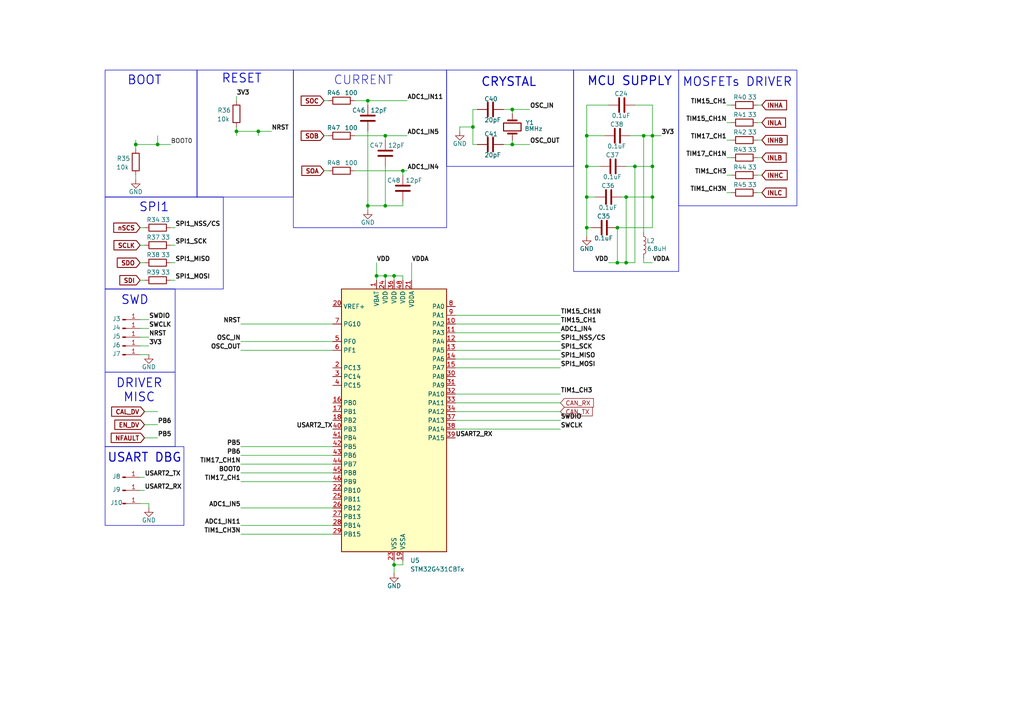
<source format=kicad_sch>
(kicad_sch (version 20250114) (generator "eeschema") (generator_version "9.0")
  (paper "A4")
  (lib_symbols
    (symbol "Connector:Conn_01x01_Pin" (pin_names (offset 1.016) (hide yes))
      (property "Reference" "J" (at 0 2.54 0))
      (property "Value" "Conn_01x01_Pin" (at 0 -2.54 0))
      (symbol "Conn_01x01_Pin_1_1"
        (rectangle (start 0.8636 0.127) (end 0 -0.127) (stroke (width 0.1524)) (fill (type outline)))
        (polyline (pts (xy 1.27 0) (xy 0.8636 0)) (stroke (width 0.1524)))
        (pin passive line (at 5.08 0 180) (length 3.81) (name "Pin_1") (number "1"))
      )
    )
    (symbol "Device:C" (pin_numbers (hide yes)) (pin_names (offset 0.254))
      (property "Reference" "C" (at 0.635 2.54 0))
      (property "Value" "C" (at 0.635 -2.54 0))
      (symbol "C_0_1"
        (polyline (pts (xy -2.032 0.762) (xy 2.032 0.762)) (stroke (width 0.508)))
        (polyline (pts (xy -2.032 -0.762) (xy 2.032 -0.762)) (stroke (width 0.508)))
      )
      (symbol "C_1_1"
        (pin passive line (at 0 3.81 270) (length 2.794) (name "~") (number "1"))
        (pin passive line (at 0 -3.81 90) (length 2.794) (name "~") (number "2"))
      )
    )
    (symbol "Device:Crystal" (pin_numbers (hide yes)) (pin_names (offset 1.016) (hide yes))
      (property "Reference" "Y" (at 0 3.81 0))
      (property "Value" "Crystal" (at 0 -3.81 0))
      (symbol "Crystal_0_1"
        (polyline (pts (xy -2.54 0) (xy -1.905 0)))
        (polyline (pts (xy -1.905 -1.27) (xy -1.905 1.27)) (stroke (width 0.508)))
        (rectangle (start -1.143 2.54) (end 1.143 -2.54) (stroke (width 0.3048)))
        (polyline (pts (xy 1.905 -1.27) (xy 1.905 1.27)) (stroke (width 0.508)))
        (polyline (pts (xy 2.54 0) (xy 1.905 0)))
      )
      (symbol "Crystal_1_1"
        (pin passive line (at -3.81 0 0) (length 1.27) (name "1") (number "1"))
        (pin passive line (at 3.81 0 180) (length 1.27) (name "2") (number "2"))
      )
    )
    (symbol "Device:L" (pin_numbers (hide yes)) (pin_names (offset 1.016) (hide yes))
      (property "Reference" "L" (at -1.27 0 90))
      (property "Value" "L" (at 1.905 0 90))
      (symbol "L_0_1"
        (arc (start 0 2.54) (mid 0.6323 1.905) (end 0 1.27))
        (arc (start 0 1.27) (mid 0.6323 0.635) (end 0 0))
        (arc (start 0 0) (mid 0.6323 -0.635) (end 0 -1.27))
        (arc (start 0 -1.27) (mid 0.6323 -1.905) (end 0 -2.54))
      )
      (symbol "L_1_1"
        (pin passive line (at 0 3.81 270) (length 1.27) (name "1") (number "1"))
        (pin passive line (at 0 -3.81 90) (length 1.27) (name "2") (number "2"))
      )
    )
    (symbol "Device:R" (pin_numbers (hide yes)) (pin_names (offset 0))
      (property "Reference" "R" (at 2.032 0 90))
      (property "Value" "R" (at 0 0 90))
      (symbol "R_0_1"
        (rectangle (start -1.016 -2.54) (end 1.016 2.54) (stroke (width 0.254)))
      )
      (symbol "R_1_1"
        (pin passive line (at 0 3.81 270) (length 1.27) (name "~") (number "1"))
        (pin passive line (at 0 -3.81 90) (length 1.27) (name "~") (number "2"))
      )
    )
    (symbol "MCU_ST_STM32G4:STM32G431CBTx"
      (property "Reference" "U" (at -15.24 39.37 0))
      (property "Value" "STM32G431CBTx" (at 7.62 39.37 0))
      (symbol "STM32G431CBTx_0_1"
        (rectangle (start -15.24 -38.1) (end 15.24 38.1) (stroke (width 0.254)) (fill (type background)))
      )
      (symbol "STM32G431CBTx_1_1"
        (pin input line (at -17.78 33.02 0) (length 2.54) (name "VREF+") (number "20"))
        (pin bidirectional line (at -17.78 27.94 0) (length 2.54) (name "PG10") (number "7"))
        (pin bidirectional line (at -17.78 22.86 0) (length 2.54) (name "PF0") (number "5"))
        (pin bidirectional line (at -17.78 20.32 0) (length 2.54) (name "PF1") (number "6"))
        (pin bidirectional line (at -17.78 15.24 0) (length 2.54) (name "PC13") (number "2"))
        (pin bidirectional line (at -17.78 12.7 0) (length 2.54) (name "PC14") (number "3"))
        (pin bidirectional line (at -17.78 10.16 0) (length 2.54) (name "PC15") (number "4"))
        (pin bidirectional line (at -17.78 5.08 0) (length 2.54) (name "PB0") (number "16"))
        (pin bidirectional line (at -17.78 2.54 0) (length 2.54) (name "PB1") (number "17"))
        (pin bidirectional line (at -17.78 0 0) (length 2.54) (name "PB2") (number "18"))
        (pin bidirectional line (at -17.78 -2.54 0) (length 2.54) (name "PB3") (number "40"))
        (pin bidirectional line (at -17.78 -5.08 0) (length 2.54) (name "PB4") (number "41"))
        (pin bidirectional line (at -17.78 -7.62 0) (length 2.54) (name "PB5") (number "42"))
        (pin bidirectional line (at -17.78 -10.16 0) (length 2.54) (name "PB6") (number "43"))
        (pin bidirectional line (at -17.78 -12.7 0) (length 2.54) (name "PB7") (number "44"))
        (pin bidirectional line (at -17.78 -15.24 0) (length 2.54) (name "PB8") (number "45"))
        (pin bidirectional line (at -17.78 -17.78 0) (length 2.54) (name "PB9") (number "46"))
        (pin bidirectional line (at -17.78 -20.32 0) (length 2.54) (name "PB10") (number "22"))
        (pin bidirectional line (at -17.78 -22.86 0) (length 2.54) (name "PB11") (number "25"))
        (pin bidirectional line (at -17.78 -25.4 0) (length 2.54) (name "PB12") (number "26"))
        (pin bidirectional line (at -17.78 -27.94 0) (length 2.54) (name "PB13") (number "27"))
        (pin bidirectional line (at -17.78 -30.48 0) (length 2.54) (name "PB14") (number "28"))
        (pin bidirectional line (at -17.78 -33.02 0) (length 2.54) (name "PB15") (number "29"))
        (pin power_in line (at -5.08 40.64 270) (length 2.54) (name "VBAT") (number "1"))
        (pin power_in line (at -2.54 40.64 270) (length 2.54) (name "VDD") (number "24"))
        (pin power_in line (at 0 40.64 270) (length 2.54) (name "VDD") (number "36"))
        (pin power_in line (at 0 -40.64 90) (length 2.54) (name "VSS") (number "23"))
        (pin passive line (at 0 -40.64 90) (length 2.54) (hide yes) (name "VSS") (number "35"))
        (pin passive line (at 0 -40.64 90) (length 2.54) (hide yes) (name "VSS") (number "47"))
        (pin power_in line (at 2.54 40.64 270) (length 2.54) (name "VDD") (number "48"))
        (pin power_in line (at 2.54 -40.64 90) (length 2.54) (name "VSSA") (number "19"))
        (pin power_in line (at 5.08 40.64 270) (length 2.54) (name "VDDA") (number "21"))
        (pin bidirectional line (at 17.78 33.02 180) (length 2.54) (name "PA0") (number "8"))
        (pin bidirectional line (at 17.78 30.48 180) (length 2.54) (name "PA1") (number "9"))
        (pin bidirectional line (at 17.78 27.94 180) (length 2.54) (name "PA2") (number "10"))
        (pin bidirectional line (at 17.78 25.4 180) (length 2.54) (name "PA3") (number "11"))
        (pin bidirectional line (at 17.78 22.86 180) (length 2.54) (name "PA4") (number "12"))
        (pin bidirectional line (at 17.78 20.32 180) (length 2.54) (name "PA5") (number "13"))
        (pin bidirectional line (at 17.78 17.78 180) (length 2.54) (name "PA6") (number "14"))
        (pin bidirectional line (at 17.78 15.24 180) (length 2.54) (name "PA7") (number "15"))
        (pin bidirectional line (at 17.78 12.7 180) (length 2.54) (name "PA8") (number "30"))
        (pin bidirectional line (at 17.78 10.16 180) (length 2.54) (name "PA9") (number "31"))
        (pin bidirectional line (at 17.78 7.62 180) (length 2.54) (name "PA10") (number "32"))
        (pin bidirectional line (at 17.78 5.08 180) (length 2.54) (name "PA11") (number "33"))
        (pin bidirectional line (at 17.78 2.54 180) (length 2.54) (name "PA12") (number "34"))
        (pin bidirectional line (at 17.78 0 180) (length 2.54) (name "PA13") (number "37"))
        (pin bidirectional line (at 17.78 -2.54 180) (length 2.54) (name "PA14") (number "38"))
        (pin bidirectional line (at 17.78 -5.08 180) (length 2.54) (name "PA15") (number "39"))
      )
    )
    (symbol "power:GND" (power) (pin_numbers (hide yes)) (pin_names (offset 0) (hide yes))
      (property "Value" "GND" (at 0 -3.81 0))
      (symbol "GND_0_1"
        (polyline (pts (xy 0 0) (xy 0 -1.27) (xy 1.27 -1.27) (xy 0 -2.54) (xy -1.27 -1.27) (xy 0 -1.27)))
      )
      (symbol "GND_1_1"
        (pin power_in line (at 0 0 270) (length 0) (name "~") (number "1"))
      )
    )
  )
  (rectangle (start 30.48 57.15) (end 64.77 83.82))
  (rectangle (start 30.48 129.54) (end 53.34 152.4))
  (rectangle (start 129.54 20.32) (end 166.37 48.26))
  (rectangle (start 30.48 83.82) (end 50.8 107.95))
  (rectangle (start 30.48 107.95) (end 50.8 129.54))
  (rectangle (start 85.09 20.32) (end 129.54 66.04))
  (rectangle (start 30.48 20.32) (end 57.15 57.15))
  (rectangle (start 57.15 20.32) (end 85.09 57.15))
  (rectangle (start 166.37 20.32) (end 196.85 78.74))
  (rectangle (start 196.85 20.32) (end 231.14 59.69))
  (text "CURRENT" (at 105.41 23.368 0) (effects (font (size 2.54 2.54) (thickness 0.1588))))
  (text "SWD" (at 39.116 87.122 0) (effects (font (size 2.54 2.54) (thickness 0.254) (bold yes))))
  (text "RESET" (at 70.104 22.86 0) (effects (font (size 2.54 2.54) (thickness 0.254) (bold yes))))
  (text "USART DBG" (at 41.91 132.842 0) (effects (font (size 2.54 2.54) (thickness 0.3175))))
  (text "BOOT" (at 41.91 23.368 0) (effects (font (size 2.54 2.54) (thickness 0.254) (bold yes))))
  (text "DRIVER\nMISC" (at 40.386 113.284 0) (effects (font (size 2.54 2.54) (thickness 0.254) (bold yes))))
  (text "MCU SUPPLY" (at 182.626 23.622 0) (effects (font (size 2.54 2.54) (thickness 0.3175))))
  (text "CRYSTAL" (at 147.574 23.876 0) (effects (font (size 2.54 2.54) (thickness 0.3175))))
  (text "MOSFETs DRIVER" (at 213.868 23.876 0) (effects (font (size 2.54 2.54) (thickness 0.254) (bold yes))))
  (text "SPI1" (at 44.704 60.198 0) (effects (font (size 2.54 2.54) (thickness 0.254) (bold yes))))
  (junction (at 148.59 31.75))
  (junction (at 109.22 80.01))
  (junction (at 116.84 49.53))
  (junction (at 181.61 57.15))
  (junction (at 114.3 80.01))
  (junction (at 189.23 48.26))
  (junction (at 170.18 48.26))
  (junction (at 184.15 48.26))
  (junction (at 111.76 80.01))
  (junction (at 111.76 59.69))
  (junction (at 189.23 57.15))
  (junction (at 68.58 38.1))
  (junction (at 39.37 41.91))
  (junction (at 170.18 39.37))
  (junction (at 186.69 39.37))
  (junction (at 181.61 76.2))
  (junction (at 189.23 39.37))
  (junction (at 111.76 39.37))
  (junction (at 170.18 66.04))
  (junction (at 170.18 57.15))
  (junction (at 137.16 36.83))
  (junction (at 114.3 163.83))
  (junction (at 106.68 59.69))
  (junction (at 179.07 66.04))
  (junction (at 106.68 29.21))
  (junction (at 148.59 41.91))
  (junction (at 179.07 76.2))
  (junction (at 45.72 41.91))
  (junction (at 74.93 38.1))
  (wire (pts (xy 162.56 121.92) (xy 132.08 121.92)))
  (wire (pts (xy 119.38 76.2) (xy 119.38 81.28)))
  (wire (pts (xy 132.08 91.44) (xy 162.56 91.44)))
  (wire (pts (xy 186.69 39.37) (xy 189.23 39.37)))
  (wire (pts (xy 220.98 30.48) (xy 219.71 30.48)))
  (wire (pts (xy 69.85 147.32) (xy 96.52 147.32)))
  (wire (pts (xy 116.84 49.53) (xy 118.11 49.53)))
  (wire (pts (xy 184.15 48.26) (xy 189.23 48.26)))
  (wire (pts (xy 181.61 76.2) (xy 184.15 76.2)))
  (wire (pts (xy 43.18 146.05) (xy 43.18 147.32)))
  (wire (pts (xy 68.58 36.83) (xy 68.58 38.1)))
  (wire (pts (xy 69.85 129.54) (xy 96.52 129.54)))
  (wire (pts (xy 111.76 48.26) (xy 111.76 59.69)))
  (wire (pts (xy 133.35 36.83) (xy 137.16 36.83)))
  (wire (pts (xy 153.67 31.75) (xy 148.59 31.75)))
  (wire (pts (xy 114.3 80.01) (xy 114.3 81.28)))
  (wire (pts (xy 41.91 119.38) (xy 45.72 119.38)))
  (wire (pts (xy 93.98 39.37) (xy 95.25 39.37)))
  (wire (pts (xy 106.68 59.69) (xy 111.76 59.69)))
  (wire (pts (xy 220.98 35.56) (xy 219.71 35.56)))
  (wire (pts (xy 162.56 99.06) (xy 132.08 99.06)))
  (wire (pts (xy 43.18 95.25) (xy 40.64 95.25)))
  (wire (pts (xy 40.64 81.28) (xy 41.91 81.28)))
  (wire (pts (xy 93.98 29.21) (xy 95.25 29.21)))
  (wire (pts (xy 116.84 58.42) (xy 116.84 59.69)))
  (wire (pts (xy 74.93 38.1) (xy 78.74 38.1)))
  (wire (pts (xy 176.53 76.2) (xy 179.07 76.2)))
  (wire (pts (xy 186.69 74.93) (xy 186.69 76.2)))
  (wire (pts (xy 170.18 48.26) (xy 170.18 57.15)))
  (wire (pts (xy 102.87 49.53) (xy 116.84 49.53)))
  (wire (pts (xy 173.99 48.26) (xy 170.18 48.26)))
  (wire (pts (xy 102.87 39.37) (xy 111.76 39.37)))
  (wire (pts (xy 210.82 50.8) (xy 212.09 50.8)))
  (wire (pts (xy 210.82 45.72) (xy 212.09 45.72)))
  (wire (pts (xy 109.22 80.01) (xy 111.76 80.01)))
  (wire (pts (xy 220.98 40.64) (xy 219.71 40.64)))
  (wire (pts (xy 189.23 57.15) (xy 189.23 66.04)))
  (wire (pts (xy 179.07 76.2) (xy 181.61 76.2)))
  (wire (pts (xy 210.82 40.64) (xy 212.09 40.64)))
  (wire (pts (xy 148.59 40.64) (xy 148.59 41.91)))
  (wire (pts (xy 114.3 80.01) (xy 111.76 80.01)))
  (wire (pts (xy 45.72 41.91) (xy 49.53 41.91)))
  (wire (pts (xy 40.64 146.05) (xy 43.18 146.05)))
  (wire (pts (xy 43.18 92.71) (xy 40.64 92.71)))
  (wire (pts (xy 116.84 80.01) (xy 114.3 80.01)))
  (wire (pts (xy 162.56 106.68) (xy 132.08 106.68)))
  (wire (pts (xy 181.61 48.26) (xy 184.15 48.26)))
  (wire (pts (xy 170.18 66.04) (xy 171.45 66.04)))
  (wire (pts (xy 69.85 134.62) (xy 96.52 134.62)))
  (wire (pts (xy 182.88 39.37) (xy 186.69 39.37)))
  (wire (pts (xy 116.84 162.56) (xy 116.84 163.83)))
  (wire (pts (xy 41.91 142.24) (xy 40.64 142.24)))
  (wire (pts (xy 220.98 55.88) (xy 219.71 55.88)))
  (wire (pts (xy 116.84 81.28) (xy 116.84 80.01)))
  (wire (pts (xy 69.85 139.7) (xy 96.52 139.7)))
  (wire (pts (xy 137.16 31.75) (xy 137.16 36.83)))
  (wire (pts (xy 39.37 41.91) (xy 39.37 43.18)))
  (wire (pts (xy 137.16 41.91) (xy 138.43 41.91)))
  (wire (pts (xy 109.22 81.28) (xy 109.22 80.01)))
  (wire (pts (xy 69.85 154.94) (xy 96.52 154.94)))
  (wire (pts (xy 49.53 81.28) (xy 50.8 81.28)))
  (wire (pts (xy 45.72 41.91) (xy 39.37 41.91)))
  (wire (pts (xy 43.18 100.33) (xy 40.64 100.33)))
  (wire (pts (xy 49.53 76.2) (xy 50.8 76.2)))
  (wire (pts (xy 106.68 59.69) (xy 106.68 60.96)))
  (wire (pts (xy 210.82 35.56) (xy 212.09 35.56)))
  (wire (pts (xy 172.72 57.15) (xy 170.18 57.15)))
  (wire (pts (xy 106.68 38.1) (xy 106.68 59.69)))
  (wire (pts (xy 111.76 39.37) (xy 111.76 40.64)))
  (wire (pts (xy 179.07 76.2) (xy 179.07 66.04)))
  (wire (pts (xy 146.05 31.75) (xy 148.59 31.75)))
  (wire (pts (xy 179.07 66.04) (xy 189.23 66.04)))
  (wire (pts (xy 74.93 38.1) (xy 68.58 38.1)))
  (wire (pts (xy 146.05 41.91) (xy 148.59 41.91)))
  (wire (pts (xy 69.85 101.6) (xy 96.52 101.6)))
  (wire (pts (xy 170.18 39.37) (xy 170.18 48.26)))
  (wire (pts (xy 180.34 57.15) (xy 181.61 57.15)))
  (wire (pts (xy 49.53 66.04) (xy 50.8 66.04)))
  (wire (pts (xy 162.56 104.14) (xy 132.08 104.14)))
  (wire (pts (xy 111.76 80.01) (xy 111.76 81.28)))
  (wire (pts (xy 106.68 29.21) (xy 118.11 29.21)))
  (wire (pts (xy 133.35 38.1) (xy 133.35 36.83)))
  (wire (pts (xy 186.69 39.37) (xy 186.69 67.31)))
  (wire (pts (xy 181.61 57.15) (xy 181.61 76.2)))
  (wire (pts (xy 162.56 119.38) (xy 132.08 119.38)))
  (wire (pts (xy 93.98 49.53) (xy 95.25 49.53)))
  (wire (pts (xy 189.23 48.26) (xy 189.23 57.15)))
  (wire (pts (xy 102.87 29.21) (xy 106.68 29.21)))
  (wire (pts (xy 175.26 39.37) (xy 170.18 39.37)))
  (wire (pts (xy 114.3 162.56) (xy 114.3 163.83)))
  (wire (pts (xy 210.82 55.88) (xy 212.09 55.88)))
  (wire (pts (xy 162.56 96.52) (xy 132.08 96.52)))
  (wire (pts (xy 39.37 50.8) (xy 39.37 52.07)))
  (wire (pts (xy 40.64 71.12) (xy 41.91 71.12)))
  (wire (pts (xy 148.59 31.75) (xy 148.59 33.02)))
  (wire (pts (xy 138.43 31.75) (xy 137.16 31.75)))
  (wire (pts (xy 69.85 99.06) (xy 96.52 99.06)))
  (wire (pts (xy 162.56 116.84) (xy 132.08 116.84)))
  (wire (pts (xy 68.58 38.1) (xy 68.58 39.37)))
  (wire (pts (xy 137.16 36.83) (xy 137.16 41.91)))
  (wire (pts (xy 69.85 93.98) (xy 96.52 93.98)))
  (wire (pts (xy 41.91 123.19) (xy 45.72 123.19)))
  (wire (pts (xy 170.18 66.04) (xy 170.18 57.15)))
  (wire (pts (xy 162.56 114.3) (xy 132.08 114.3)))
  (wire (pts (xy 45.72 39.37) (xy 45.72 41.91)))
  (wire (pts (xy 39.37 40.64) (xy 39.37 41.91)))
  (wire (pts (xy 170.18 68.58) (xy 170.18 66.04)))
  (wire (pts (xy 184.15 30.48) (xy 189.23 30.48)))
  (wire (pts (xy 116.84 49.53) (xy 116.84 50.8)))
  (wire (pts (xy 74.93 38.1) (xy 74.93 39.37)))
  (wire (pts (xy 69.85 152.4) (xy 96.52 152.4)))
  (wire (pts (xy 186.69 76.2) (xy 189.23 76.2)))
  (wire (pts (xy 41.91 138.43) (xy 40.64 138.43)))
  (wire (pts (xy 40.64 66.04) (xy 41.91 66.04)))
  (wire (pts (xy 148.59 41.91) (xy 153.67 41.91)))
  (wire (pts (xy 162.56 93.98) (xy 132.08 93.98)))
  (wire (pts (xy 189.23 30.48) (xy 189.23 39.37)))
  (wire (pts (xy 184.15 48.26) (xy 184.15 76.2)))
  (wire (pts (xy 69.85 132.08) (xy 96.52 132.08)))
  (wire (pts (xy 189.23 39.37) (xy 189.23 48.26)))
  (wire (pts (xy 49.53 71.12) (xy 50.8 71.12)))
  (wire (pts (xy 69.85 137.16) (xy 96.52 137.16)))
  (wire (pts (xy 41.91 127) (xy 45.72 127)))
  (wire (pts (xy 170.18 30.48) (xy 170.18 39.37)))
  (wire (pts (xy 68.58 27.94) (xy 68.58 29.21)))
  (wire (pts (xy 43.18 97.79) (xy 40.64 97.79)))
  (wire (pts (xy 189.23 39.37) (xy 191.77 39.37)))
  (wire (pts (xy 106.68 29.21) (xy 106.68 30.48)))
  (wire (pts (xy 109.22 76.2) (xy 109.22 80.01)))
  (wire (pts (xy 220.98 45.72) (xy 219.71 45.72)))
  (wire (pts (xy 181.61 57.15) (xy 189.23 57.15)))
  (wire (pts (xy 111.76 39.37) (xy 118.11 39.37)))
  (wire (pts (xy 111.76 59.69) (xy 116.84 59.69)))
  (wire (pts (xy 210.82 30.48) (xy 212.09 30.48)))
  (wire (pts (xy 40.64 76.2) (xy 41.91 76.2)))
  (wire (pts (xy 176.53 30.48) (xy 170.18 30.48)))
  (wire (pts (xy 162.56 101.6) (xy 132.08 101.6)))
  (wire (pts (xy 162.56 124.46) (xy 132.08 124.46)))
  (wire (pts (xy 43.18 102.87) (xy 40.64 102.87)))
  (wire (pts (xy 114.3 163.83) (xy 116.84 163.83)))
  (wire (pts (xy 114.3 163.83) (xy 114.3 166.37)))
  (wire (pts (xy 220.98 50.8) (xy 219.71 50.8)))
  (label "BOOT0" (at 69.85 137.16 180) (effects (font (thickness 0.254) (bold yes))))
  (label "TIM17_CH1" (at 210.82 40.64 180) (effects (font (thickness 0.254) (bold yes))))
  (label "TIM1_CH3N" (at 69.85 154.94 180) (effects (font (thickness 0.254) (bold yes))))
  (label "TIM17_CH1N" (at 69.85 134.62 180) (effects (font (thickness 0.254) (bold yes))))
  (label "SPI1_SCK" (at 162.56 101.6 0) (effects (font (thickness 0.254) (bold yes))))
  (label "OSC_OUT" (at 153.67 41.91 0) (effects (font (thickness 0.254) (bold yes))))
  (label "PB5" (at 69.85 129.54 180) (effects (font (thickness 0.254) (bold yes))))
  (label "ADC1_IN11" (at 118.11 29.21 0) (effects (font (thickness 0.254) (bold yes))))
  (label "ADC1_IN4" (at 118.11 49.53 0) (effects (font (thickness 0.254) (bold yes))))
  (label "USART2_RX" (at 41.91 142.24 0) (effects (font (thickness 0.254) (bold yes))))
  (label "SPI1_MISO" (at 162.56 104.14 0) (effects (font (thickness 0.254) (bold yes))))
  (label "SPI1_MOSI" (at 50.8 81.28 0) (effects (font (thickness 0.254) (bold yes))))
  (label "TIM17_CH1N" (at 210.82 45.72 180) (effects (font (thickness 0.254) (bold yes))))
  (label "TIM1_CH3" (at 210.82 50.8 180) (effects (font (thickness 0.254) (bold yes))))
  (label "SWCLK" (at 43.18 95.25 0) (effects (font (thickness 0.254) (bold yes))))
  (label "TIM15_CH1" (at 162.56 93.98 0) (effects (font (thickness 0.254) (bold yes))))
  (label "3V3" (at 191.77 39.37 0) (effects (font (thickness 0.254) (bold yes))))
  (label "3V3" (at 68.58 27.94 0) (effects (font (thickness 0.254) (bold yes))))
  (label "ADC1_IN11" (at 69.85 152.4 180) (effects (font (thickness 0.254) (bold yes))))
  (label "TIM17_CH1" (at 69.85 139.7 180) (effects (font (thickness 0.254) (bold yes))))
  (label "SPI1_MOSI" (at 162.56 106.68 0) (effects (font (thickness 0.254) (bold yes))))
  (label "TIM15_CH1" (at 210.82 30.48 180) (effects (font (thickness 0.254) (bold yes))))
  (label "SPI1_NSS{slash}CS" (at 50.8 66.04 0) (effects (font (thickness 0.254) (bold yes))))
  (label "ADC1_IN5" (at 118.11 39.37 0) (effects (font (thickness 0.254) (bold yes))))
  (label "VDDA" (at 119.38 76.2 0) (effects (font (thickness 0.254) (bold yes))))
  (label "OSC_OUT" (at 69.85 101.6 180) (effects (font (thickness 0.254) (bold yes))))
  (label "OSC_IN" (at 153.67 31.75 0) (effects (font (thickness 0.254) (bold yes))))
  (label "SPI1_NSS{slash}CS" (at 162.56 99.06 0) (effects (font (thickness 0.254) (bold yes))))
  (label "TIM1_CH3N" (at 210.82 55.88 180) (effects (font (thickness 0.254) (bold yes))))
  (label "SPI1_MISO" (at 50.8 76.2 0) (effects (font (thickness 0.254) (bold yes))))
  (label "TIM1_CH3" (at 162.56 114.3 0) (effects (font (thickness 0.254) (bold yes))))
  (label "TIM15_CH1N" (at 210.82 35.56 180) (effects (font (thickness 0.254) (bold yes))))
  (label "VDD" (at 109.22 76.2 0) (effects (font (thickness 0.254) (bold yes))))
  (label "NRST" (at 78.74 38.1 0) (effects (font (thickness 0.254) (bold yes))))
  (label "3V3" (at 43.18 100.33 0) (effects (font (thickness 0.254) (bold yes))))
  (label "SPI1_SCK" (at 50.8 71.12 0) (effects (font (thickness 0.254) (bold yes))))
  (label "VDD" (at 176.53 76.2 180) (effects (font (thickness 0.254) (bold yes))))
  (label "BOOT0" (at 49.53 41.91 0))
  (label "PB6" (at 69.85 132.08 180) (effects (font (thickness 0.254) (bold yes))))
  (label "TIM15_CH1N" (at 162.56 91.44 0) (effects (font (thickness 0.254) (bold yes))))
  (label "ADC1_IN4" (at 162.56 96.52 0) (effects (font (thickness 0.254) (bold yes))))
  (label "PB5" (at 45.72 127 0) (effects (font (thickness 0.254) (bold yes))))
  (label "USART2_TX" (at 41.91 138.43 0) (effects (font (thickness 0.254) (bold yes))))
  (label "SWDIO" (at 162.56 121.92 0) (effects (font (thickness 0.254) (bold yes))))
  (label "SWCLK" (at 162.56 124.46 0) (effects (font (thickness 0.254) (bold yes))))
  (label "PB6" (at 45.72 123.19 0) (effects (font (thickness 0.254) (bold yes))))
  (label "VDDA" (at 189.23 76.2 0) (effects (font (thickness 0.254) (bold yes))))
  (label "NRST" (at 43.18 97.79 0) (effects (font (thickness 0.254) (bold yes))))
  (label "SWDIO" (at 43.18 92.71 0) (effects (font (thickness 0.254) (bold yes))))
  (label "NRST" (at 69.85 93.98 180) (effects (font (thickness 0.254) (bold yes))))
  (label "OSC_IN" (at 69.85 99.06 180) (effects (font (thickness 0.254) (bold yes))))
  (label "USART2_RX" (at 132.08 127 0) (effects (font (thickness 0.254) (bold yes))))
  (label "USART2_TX" (at 96.52 124.46 180) (effects (font (thickness 0.254) (bold yes))))
  (label "ADC1_IN5" (at 69.85 147.32 180) (effects (font (thickness 0.254) (bold yes))))
  (global_label "CAN_TX" (shape input) (at 162.56 119.38 0) (property "Intersheetrefs" "${INTERSHEET_REFS}" (effects (hide yes))))
  (global_label "SDO" (shape input) (at 40.64 76.2 180) (effects (font (thickness 0.254) (bold yes))) (property "Intersheetrefs" "${INTERSHEET_REFS}" (effects (hide yes))))
  (global_label "EN_DV" (shape input) (at 41.91 123.19 180) (effects (font (thickness 0.254) (bold yes))) (property "Intersheetrefs" "${INTERSHEET_REFS}" (effects (hide yes))))
  (global_label "INLA" (shape input) (at 220.98 35.56 0) (effects (font (thickness 0.254) (bold yes))) (property "Intersheetrefs" "${INTERSHEET_REFS}" (effects (hide yes))))
  (global_label "SOB" (shape input) (at 93.98 39.37 180) (effects (font (thickness 0.254) (bold yes))) (property "Intersheetrefs" "${INTERSHEET_REFS}" (effects (hide yes))))
  (global_label "NFAULT" (shape input) (at 41.91 127 180) (effects (font (thickness 0.254) (bold yes))) (property "Intersheetrefs" "${INTERSHEET_REFS}" (effects (hide yes))))
  (global_label "SOA" (shape input) (at 93.98 49.53 180) (effects (font (thickness 0.254) (bold yes))) (property "Intersheetrefs" "${INTERSHEET_REFS}" (effects (hide yes))))
  (global_label "CAN_RX" (shape input) (at 162.56 116.84 0) (property "Intersheetrefs" "${INTERSHEET_REFS}" (effects (hide yes))))
  (global_label "INHC" (shape input) (at 220.98 50.8 0) (effects (font (thickness 0.254) (bold yes))) (property "Intersheetrefs" "${INTERSHEET_REFS}" (effects (hide yes))))
  (global_label "INLB" (shape input) (at 220.98 45.72 0) (effects (font (thickness 0.254) (bold yes))) (property "Intersheetrefs" "${INTERSHEET_REFS}" (effects (hide yes))))
  (global_label "INLC" (shape input) (at 220.98 55.88 0) (effects (font (thickness 0.254) (bold yes))) (property "Intersheetrefs" "${INTERSHEET_REFS}" (effects (hide yes))))
  (global_label "INHB" (shape input) (at 220.98 40.64 0) (effects (font (thickness 0.254) (bold yes))) (property "Intersheetrefs" "${INTERSHEET_REFS}" (effects (hide yes))))
  (global_label "CAL_DV" (shape input) (at 41.91 119.38 180) (effects (font (thickness 0.254) (bold yes))) (property "Intersheetrefs" "${INTERSHEET_REFS}" (effects (hide yes))))
  (global_label "SDI" (shape input) (at 40.64 81.28 180) (effects (font (thickness 0.254) (bold yes))) (property "Intersheetrefs" "${INTERSHEET_REFS}" (effects (hide yes))))
  (global_label "SOC" (shape input) (at 93.98 29.21 180) (effects (font (thickness 0.254) (bold yes))) (property "Intersheetrefs" "${INTERSHEET_REFS}" (effects (hide yes))))
  (global_label "SCLK" (shape input) (at 40.64 71.12 180) (effects (font (thickness 0.254) (bold yes))) (property "Intersheetrefs" "${INTERSHEET_REFS}" (effects (hide yes))))
  (global_label "nSCS" (shape input) (at 40.64 66.04 180) (effects (font (thickness 0.254) (bold yes))) (property "Intersheetrefs" "${INTERSHEET_REFS}" (effects (hide yes))))
  (global_label "INHA" (shape input) (at 220.98 30.48 0) (effects (font (thickness 0.254) (bold yes))) (property "Intersheetrefs" "${INTERSHEET_REFS}" (effects (hide yes))))
  (symbol (lib_id "power:GND") (at 43.18 147.32 0) (unit 1)
    (property "Reference" "#PWR032" (effects (hide yes)))
    (property "Value" "GND" (at 43.18 150.876 0))
    (property "Description" "Power symbol creates a global label with name \"GND\" , ground" (effects (hide yes)))
  )
  (symbol (lib_id "power:GND") (at 170.18 68.58 0) (unit 1)
    (property "Reference" "#PWR024" (effects (hide yes)))
    (property "Value" "GND" (at 170.18 72.136 0))
    (property "Description" "Power symbol creates a global label with name \"GND\" , ground" (effects (hide yes)))
  )
  (symbol (lib_id "Device:L") (at 186.69 71.12 0) (unit 1)
    (property "Reference" "L2" (at 188.722 69.85 0))
    (property "Value" "6.8uH" (at 190.5 72.136 0))
    (property "Footprint" "Inductor_SMD:L_0805_2012Metric_Pad1.05x1.20mm_HandSolder" (effects (hide yes)))
    (property "Description" "Inductor" (effects (hide yes)))
  )
  (symbol (lib_id "Device:R") (at 39.37 46.99 0) (unit 1)
    (property "Reference" "R35" (at 35.814 45.974 0))
    (property "Value" "10k" (at 35.56 48.514 0))
    (property "Footprint" "Resistor_SMD:R_0603_1608Metric_Pad0.98x0.95mm_HandSolder" (effects (hide yes)))
    (property "Description" "Resistor" (effects (hide yes)))
  )
  (symbol (lib_id "Device:C") (at 106.68 34.29 0) (unit 1)
    (property "Reference" "C46" (at 102.108 32.004 0) (effects (justify left)))
    (property "Value" "12pF" (at 107.442 32.004 0) (effects (justify left)))
    (property "Footprint" "Capacitor_SMD:C_0805_2012Metric_Pad1.18x1.45mm_HandSolder" (effects (hide yes)))
    (property "Description" "Unpolarized capacitor" (effects (hide yes)))
  )
  (symbol (lib_id "Device:C") (at 176.53 57.15 90) (unit 1)
    (property "Reference" "C36" (at 178.308 53.848 90) (effects (justify left)))
    (property "Value" "0.1uF" (at 179.07 60.198 90) (effects (justify left)))
    (property "Footprint" "Capacitor_SMD:C_0805_2012Metric_Pad1.18x1.45mm_HandSolder" (effects (hide yes)))
    (property "Description" "Unpolarized capacitor" (effects (hide yes)))
  )
  (symbol (lib_id "Device:C") (at 116.84 54.61 0) (unit 1)
    (property "Reference" "C48" (at 112.268 52.324 0) (effects (justify left)))
    (property "Value" "12pF" (at 117.602 52.324 0) (effects (justify left)))
    (property "Footprint" "Capacitor_SMD:C_0805_2012Metric_Pad1.18x1.45mm_HandSolder" (effects (hide yes)))
    (property "Description" "Unpolarized capacitor" (effects (hide yes)))
  )
  (symbol (lib_id "Connector:Conn_01x01_Pin") (at 35.56 100.33 0) (unit 1)
    (property "Reference" "J6" (at 33.782 100.076 0))
    (property "Value" "Conn_01x01_Pin" (effects (hide yes)))
    (property "Footprint" "Connector_PinHeader_2.54mm:PinHeader_1x01_P2.54mm_Vertical" (effects (hide yes)))
    (property "Description" "Generic connector, single row, 01x01, script generated" (effects (hide yes)))
  )
  (symbol (lib_id "MCU_ST_STM32G4:STM32G431CBTx") (at 114.3 121.92 0) (unit 1)
    (property "Reference" "U5" (at 118.9833 162.56 0) (effects (justify left)))
    (property "Value" "STM32G431CBTx" (at 118.9833 165.1 0) (effects (justify left)))
    (property "Footprint" "Package_QFP:LQFP-48_7x7mm_P0.5mm" (effects (hide yes)))
    (property "Datasheet" "https://www.st.com/resource/en/datasheet/stm32g431cb.pdf" (effects (hide yes)))
    (property "Description" "STMicroelectronics Arm Cortex-M4 MCU, 128KB flash, 32KB RAM, 170 MHz, 1.71-3.6V, 38 GPIO, LQFP48" (effects (hide yes)))
  )
  (symbol (lib_id "Device:C") (at 179.07 39.37 90) (unit 1)
    (property "Reference" "C38" (at 180.848 36.068 90) (effects (justify left)))
    (property "Value" "0.1uF" (at 181.61 42.418 90) (effects (justify left)))
    (property "Footprint" "Capacitor_SMD:C_0805_2012Metric_Pad1.18x1.45mm_HandSolder" (effects (hide yes)))
    (property "Description" "Unpolarized capacitor" (effects (hide yes)))
  )
  (symbol (lib_id "power:GND") (at 114.3 166.37 0) (unit 1)
    (property "Reference" "#PWR025" (effects (hide yes)))
    (property "Value" "GND" (at 114.3 169.926 0))
    (property "Description" "Power symbol creates a global label with name \"GND\" , ground" (effects (hide yes)))
  )
  (symbol (lib_id "Connector:Conn_01x01_Pin") (at 35.56 142.24 0) (unit 1)
    (property "Reference" "J9" (at 33.782 141.986 0))
    (property "Value" "Conn_01x01_Pin" (effects (hide yes)))
    (property "Footprint" "Connector_PinHeader_2.54mm:PinHeader_1x01_P2.54mm_Vertical" (effects (hide yes)))
    (property "Description" "Generic connector, single row, 01x01, script generated" (effects (hide yes)))
  )
  (symbol (lib_id "Device:R") (at 215.9 55.88 270) (unit 1)
    (property "Reference" "R45" (at 214.63 53.594 90))
    (property "Value" "33" (at 218.186 53.594 90))
    (property "Footprint" "Resistor_SMD:R_0603_1608Metric_Pad0.98x0.95mm_HandSolder" (effects (hide yes)))
    (property "Description" "Resistor" (effects (hide yes)))
  )
  (symbol (lib_id "Device:C") (at 111.76 44.45 0) (unit 1)
    (property "Reference" "C47" (at 107.188 42.164 0) (effects (justify left)))
    (property "Value" "12pF" (at 112.522 42.164 0) (effects (justify left)))
    (property "Footprint" "Capacitor_SMD:C_0805_2012Metric_Pad1.18x1.45mm_HandSolder" (effects (hide yes)))
    (property "Description" "Unpolarized capacitor" (effects (hide yes)))
  )
  (symbol (lib_id "Device:C") (at 175.26 66.04 90) (unit 1)
    (property "Reference" "C35" (at 177.038 62.738 90) (effects (justify left)))
    (property "Value" "0.1uF" (at 177.8 69.088 90) (effects (justify left)))
    (property "Footprint" "Capacitor_SMD:C_0805_2012Metric_Pad1.18x1.45mm_HandSolder" (effects (hide yes)))
    (property "Description" "Unpolarized capacitor" (effects (hide yes)))
  )
  (symbol (lib_id "Device:R") (at 45.72 76.2 270) (unit 1)
    (property "Reference" "R38" (at 44.45 73.914 90))
    (property "Value" "33" (at 48.006 73.914 90))
    (property "Footprint" "Resistor_SMD:R_0603_1608Metric_Pad0.98x0.95mm_HandSolder" (effects (hide yes)))
    (property "Description" "Resistor" (effects (hide yes)))
  )
  (symbol (lib_id "Device:R") (at 215.9 40.64 270) (unit 1)
    (property "Reference" "R42" (at 214.63 38.354 90))
    (property "Value" "33" (at 218.186 38.354 90))
    (property "Footprint" "Resistor_SMD:R_0603_1608Metric_Pad0.98x0.95mm_HandSolder" (effects (hide yes)))
    (property "Description" "Resistor" (effects (hide yes)))
  )
  (symbol (lib_id "Device:R") (at 99.06 29.21 270) (unit 1)
    (property "Reference" "R46" (at 96.774 26.924 90))
    (property "Value" "100" (at 101.854 26.924 90))
    (property "Footprint" "Resistor_SMD:R_0603_1608Metric_Pad0.98x0.95mm_HandSolder" (effects (hide yes)))
    (property "Description" "Resistor" (effects (hide yes)))
  )
  (symbol (lib_id "Device:Crystal") (at 148.59 36.83 90) (unit 1)
    (property "Reference" "Y1" (at 152.4 35.5599 90) (effects (justify right)))
    (property "Value" "8MHz" (at 152.146 37.338 90) (effects (justify right)))
    (property "Footprint" "Crystal:Crystal_SMD_2012-2Pin_2.0x1.2mm_HandSoldering" (effects (hide yes)))
    (property "Description" "Two pin crystal" (effects (hide yes)))
  )
  (symbol (lib_id "Device:R") (at 45.72 66.04 270) (unit 1)
    (property "Reference" "R34" (at 44.45 63.754 90))
    (property "Value" "33" (at 48.006 63.754 90))
    (property "Footprint" "Resistor_SMD:R_0603_1608Metric_Pad0.98x0.95mm_HandSolder" (effects (hide yes)))
    (property "Description" "Resistor" (effects (hide yes)))
  )
  (symbol (lib_id "Device:C") (at 142.24 41.91 270) (unit 1)
    (property "Reference" "C41" (at 140.462 38.862 90) (effects (justify left)))
    (property "Value" "20pF" (at 140.462 44.958 90) (effects (justify left)))
    (property "Footprint" "Capacitor_SMD:C_0805_2012Metric_Pad1.18x1.45mm_HandSolder" (effects (hide yes)))
    (property "Description" "Unpolarized capacitor" (effects (hide yes)))
  )
  (symbol (lib_id "Device:C") (at 177.8 48.26 90) (unit 1)
    (property "Reference" "C37" (at 179.578 44.958 90) (effects (justify left)))
    (property "Value" "0.1uF" (at 180.34 51.308 90) (effects (justify left)))
    (property "Footprint" "Capacitor_SMD:C_0805_2012Metric_Pad1.18x1.45mm_HandSolder" (effects (hide yes)))
    (property "Description" "Unpolarized capacitor" (effects (hide yes)))
  )
  (symbol (lib_id "Device:R") (at 215.9 45.72 270) (unit 1)
    (property "Reference" "R43" (at 214.63 43.434 90))
    (property "Value" "33" (at 218.186 43.434 90))
    (property "Footprint" "Resistor_SMD:R_0603_1608Metric_Pad0.98x0.95mm_HandSolder" (effects (hide yes)))
    (property "Description" "Resistor" (effects (hide yes)))
  )
  (symbol (lib_id "Device:C") (at 142.24 31.75 270) (unit 1)
    (property "Reference" "C40" (at 140.462 28.702 90) (effects (justify left)))
    (property "Value" "20pF" (at 140.462 34.798 90) (effects (justify left)))
    (property "Footprint" "Capacitor_SMD:C_0805_2012Metric_Pad1.18x1.45mm_HandSolder" (effects (hide yes)))
    (property "Description" "Unpolarized capacitor" (effects (hide yes)))
  )
  (symbol (lib_id "Device:R") (at 45.72 71.12 270) (unit 1)
    (property "Reference" "R37" (at 44.45 68.834 90))
    (property "Value" "33" (at 48.006 68.834 90))
    (property "Footprint" "Resistor_SMD:R_0603_1608Metric_Pad0.98x0.95mm_HandSolder" (effects (hide yes)))
    (property "Description" "Resistor" (effects (hide yes)))
  )
  (symbol (lib_id "Connector:Conn_01x01_Pin") (at 35.56 146.05 0) (unit 1)
    (property "Reference" "J10" (at 33.782 145.796 0))
    (property "Value" "Conn_01x01_Pin" (effects (hide yes)))
    (property "Footprint" "Connector_PinHeader_2.54mm:PinHeader_1x01_P2.54mm_Vertical" (effects (hide yes)))
    (property "Description" "Generic connector, single row, 01x01, script generated" (effects (hide yes)))
  )
  (symbol (lib_id "Device:R") (at 68.58 33.02 0) (unit 1)
    (property "Reference" "R36" (at 65.024 32.004 0))
    (property "Value" "10k" (at 64.77 34.544 0))
    (property "Footprint" "Resistor_SMD:R_0603_1608Metric_Pad0.98x0.95mm_HandSolder" (effects (hide yes)))
    (property "Description" "Resistor" (effects (hide yes)))
  )
  (symbol (lib_id "Connector:Conn_01x01_Pin") (at 35.56 95.25 0) (unit 1)
    (property "Reference" "J4" (at 33.782 94.996 0))
    (property "Value" "Conn_01x01_Pin" (effects (hide yes)))
    (property "Footprint" "Connector_PinHeader_2.54mm:PinHeader_1x01_P2.54mm_Vertical" (effects (hide yes)))
    (property "Description" "Generic connector, single row, 01x01, script generated" (effects (hide yes)))
  )
  (symbol (lib_id "Device:R") (at 45.72 81.28 270) (unit 1)
    (property "Reference" "R39" (at 44.45 78.994 90))
    (property "Value" "33" (at 48.006 78.994 90))
    (property "Footprint" "Resistor_SMD:R_0603_1608Metric_Pad0.98x0.95mm_HandSolder" (effects (hide yes)))
    (property "Description" "Resistor" (effects (hide yes)))
  )
  (symbol (lib_id "Connector:Conn_01x01_Pin") (at 35.56 102.87 0) (unit 1)
    (property "Reference" "J7" (at 33.782 102.616 0))
    (property "Value" "Conn_01x01_Pin" (effects (hide yes)))
    (property "Footprint" "Connector_PinHeader_2.54mm:PinHeader_1x01_P2.54mm_Vertical" (effects (hide yes)))
    (property "Description" "Generic connector, single row, 01x01, script generated" (effects (hide yes)))
  )
  (symbol (lib_id "power:GND") (at 106.68 60.96 0) (unit 1)
    (property "Reference" "#PWR031" (effects (hide yes)))
    (property "Value" "GND" (at 106.68 64.516 0))
    (property "Description" "Power symbol creates a global label with name \"GND\" , ground" (effects (hide yes)))
  )
  (symbol (lib_id "Device:R") (at 99.06 49.53 270) (unit 1)
    (property "Reference" "R48" (at 96.774 47.244 90))
    (property "Value" "100" (at 101.854 47.244 90))
    (property "Footprint" "Resistor_SMD:R_0603_1608Metric_Pad0.98x0.95mm_HandSolder" (effects (hide yes)))
    (property "Description" "Resistor" (effects (hide yes)))
  )
  (symbol (lib_id "Device:R") (at 215.9 35.56 270) (unit 1)
    (property "Reference" "R41" (at 214.63 33.274 90))
    (property "Value" "33" (at 218.186 33.274 90))
    (property "Footprint" "Resistor_SMD:R_0603_1608Metric_Pad0.98x0.95mm_HandSolder" (effects (hide yes)))
    (property "Description" "Resistor" (effects (hide yes)))
  )
  (symbol (lib_id "Device:C") (at 180.34 30.48 90) (unit 1)
    (property "Reference" "C24" (at 182.118 27.178 90) (effects (justify left)))
    (property "Value" "0.1uF" (at 182.88 33.528 90) (effects (justify left)))
    (property "Footprint" "Capacitor_SMD:C_0805_2012Metric_Pad1.18x1.45mm_HandSolder" (effects (hide yes)))
    (property "Description" "Unpolarized capacitor" (effects (hide yes)))
  )
  (symbol (lib_id "Device:R") (at 215.9 50.8 270) (unit 1)
    (property "Reference" "R44" (at 214.63 48.514 90))
    (property "Value" "33" (at 218.186 48.514 90))
    (property "Footprint" "Resistor_SMD:R_0603_1608Metric_Pad0.98x0.95mm_HandSolder" (effects (hide yes)))
    (property "Description" "Resistor" (effects (hide yes)))
  )
  (symbol (lib_id "power:GND") (at 39.37 52.07 0) (unit 1)
    (property "Reference" "#PWR026" (effects (hide yes)))
    (property "Value" "GND" (at 39.37 55.626 0))
    (property "Description" "Power symbol creates a global label with name \"GND\" , ground" (effects (hide yes)))
  )
  (symbol (lib_id "Connector:Conn_01x01_Pin") (at 35.56 138.43 0) (unit 1)
    (property "Reference" "J8" (at 33.782 138.176 0))
    (property "Value" "Conn_01x01_Pin" (effects (hide yes)))
    (property "Footprint" "Connector_PinHeader_2.54mm:PinHeader_1x01_P2.54mm_Vertical" (effects (hide yes)))
    (property "Description" "Generic connector, single row, 01x01, script generated" (effects (hide yes)))
  )
  (symbol (lib_id "Connector:Conn_01x01_Pin") (at 35.56 92.71 0) (unit 1)
    (property "Reference" "J3" (at 33.782 92.456 0))
    (property "Value" "Conn_01x01_Pin" (effects (hide yes)))
    (property "Footprint" "Connector_PinHeader_2.54mm:PinHeader_1x01_P2.54mm_Vertical" (effects (hide yes)))
    (property "Description" "Generic connector, single row, 01x01, script generated" (effects (hide yes)))
  )
  (symbol (lib_id "Device:R") (at 215.9 30.48 270) (unit 1)
    (property "Reference" "R40" (at 214.63 28.194 90))
    (property "Value" "33" (at 218.186 28.194 90))
    (property "Footprint" "Resistor_SMD:R_0603_1608Metric_Pad0.98x0.95mm_HandSolder" (effects (hide yes)))
    (property "Description" "Resistor" (effects (hide yes)))
  )
  (symbol (lib_id "Device:R") (at 99.06 39.37 270) (unit 1)
    (property "Reference" "R47" (at 96.774 37.084 90))
    (property "Value" "100" (at 101.854 37.084 90))
    (property "Footprint" "Resistor_SMD:R_0603_1608Metric_Pad0.98x0.95mm_HandSolder" (effects (hide yes)))
    (property "Description" "Resistor" (effects (hide yes)))
  )
  (symbol (lib_id "Connector:Conn_01x01_Pin") (at 35.56 97.79 0) (unit 1)
    (property "Reference" "J5" (at 33.782 97.536 0))
    (property "Value" "Conn_01x01_Pin" (effects (hide yes)))
    (property "Footprint" "Connector_PinHeader_2.54mm:PinHeader_1x01_P2.54mm_Vertical" (effects (hide yes)))
    (property "Description" "Generic connector, single row, 01x01, script generated" (effects (hide yes)))
  )
  (symbol (lib_id "power:GND") (at 133.35 38.1 0) (unit 1)
    (property "Reference" "#PWR028" (effects (hide yes)))
    (property "Value" "GND" (at 133.35 41.656 0))
    (property "Description" "Power symbol creates a global label with name \"GND\" , ground" (effects (hide yes)))
  )
  (symbol (lib_id "power:GND") (at 43.18 102.87 0) (unit 1)
    (property "Reference" "#PWR030" (effects (hide yes)))
    (property "Value" "GND" (at 43.18 106.426 0))
    (property "Description" "Power symbol creates a global label with name \"GND\" , ground" (effects (hide yes)))
  )
)
</source>
